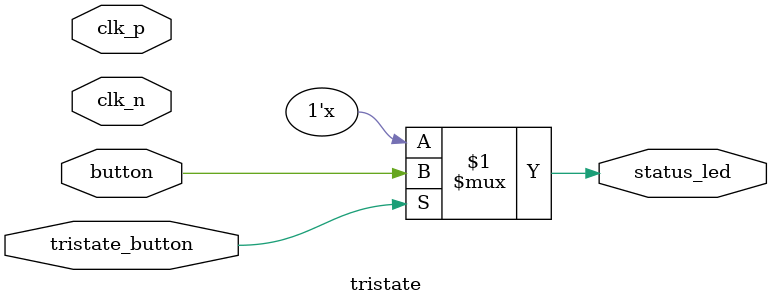
<source format=v>

`default_nettype none   //do not allow undeclared wires

module tristate (
    input  wire clk_p,
    input  wire clk_n,
    input  wire button,
    input  wire tristate_button,
    output wire status_led
    );


    assign status_led = tristate_button ? button : 1'bz;

endmodule

</source>
